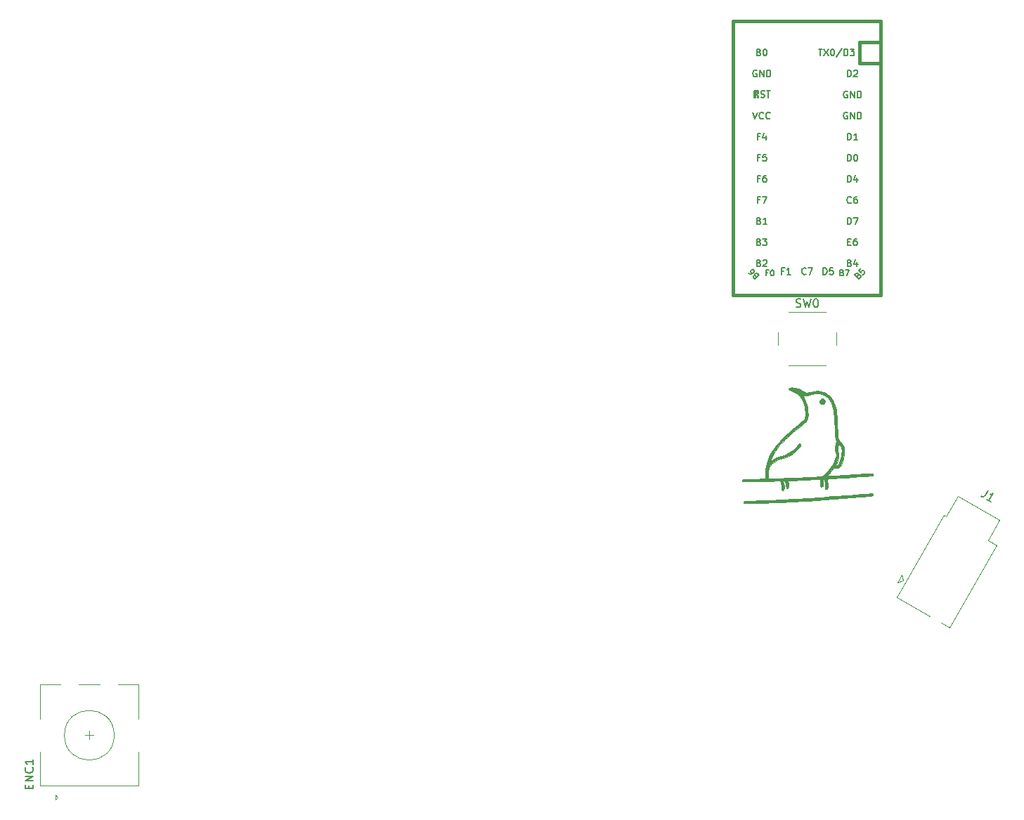
<source format=gbr>
%TF.GenerationSoftware,KiCad,Pcbnew,(5.1.9-0-10_14)*%
%TF.CreationDate,2021-04-19T01:17:04-05:00*%
%TF.ProjectId,wren-left,7772656e-2d6c-4656-9674-2e6b69636164,rev?*%
%TF.SameCoordinates,Original*%
%TF.FileFunction,Legend,Top*%
%TF.FilePolarity,Positive*%
%FSLAX46Y46*%
G04 Gerber Fmt 4.6, Leading zero omitted, Abs format (unit mm)*
G04 Created by KiCad (PCBNEW (5.1.9-0-10_14)) date 2021-04-19 01:17:04*
%MOMM*%
%LPD*%
G01*
G04 APERTURE LIST*
%ADD10C,0.010000*%
%ADD11C,0.120000*%
%ADD12C,0.381000*%
%ADD13C,0.150000*%
G04 APERTURE END LIST*
D10*
%TO.C,G\u002A\u002A\u002A*%
G36*
X243222203Y-72174847D02*
G01*
X243281373Y-72194249D01*
X243406906Y-72285322D01*
X243474259Y-72414998D01*
X243482386Y-72559663D01*
X243430244Y-72695708D01*
X243316787Y-72799522D01*
X243308345Y-72804036D01*
X243204652Y-72852149D01*
X243131431Y-72859416D01*
X243045643Y-72826987D01*
X243015334Y-72811874D01*
X242892295Y-72713594D01*
X242832432Y-72589154D01*
X242828359Y-72455706D01*
X242872687Y-72330400D01*
X242958029Y-72230388D01*
X243076997Y-72172820D01*
X243222203Y-72174847D01*
G37*
X243222203Y-72174847D02*
X243281373Y-72194249D01*
X243406906Y-72285322D01*
X243474259Y-72414998D01*
X243482386Y-72559663D01*
X243430244Y-72695708D01*
X243316787Y-72799522D01*
X243308345Y-72804036D01*
X243204652Y-72852149D01*
X243131431Y-72859416D01*
X243045643Y-72826987D01*
X243015334Y-72811874D01*
X242892295Y-72713594D01*
X242832432Y-72589154D01*
X242828359Y-72455706D01*
X242872687Y-72330400D01*
X242958029Y-72230388D01*
X243076997Y-72172820D01*
X243222203Y-72174847D01*
G36*
X239582811Y-70840106D02*
G01*
X239639674Y-70842675D01*
X239781355Y-70850666D01*
X239895814Y-70863175D01*
X240000782Y-70886124D01*
X240113986Y-70925439D01*
X240253156Y-70987042D01*
X240436022Y-71076857D01*
X240620675Y-71170451D01*
X241229768Y-71480446D01*
X241726629Y-71367146D01*
X242166347Y-71284523D01*
X242551783Y-71253387D01*
X242897621Y-71276116D01*
X243218547Y-71355086D01*
X243529246Y-71492676D01*
X243844404Y-71691262D01*
X243877817Y-71715359D01*
X244096794Y-71920957D01*
X244298808Y-72203395D01*
X244480181Y-72555894D01*
X244637230Y-72971675D01*
X244725533Y-73276549D01*
X244785880Y-73565711D01*
X244838510Y-73935270D01*
X244883052Y-74381279D01*
X244919134Y-74899786D01*
X244946386Y-75486844D01*
X244953614Y-75702683D01*
X244964255Y-76041806D01*
X244973878Y-76307900D01*
X244983697Y-76512577D01*
X244994929Y-76667445D01*
X245008788Y-76784114D01*
X245026490Y-76874194D01*
X245049250Y-76949294D01*
X245078282Y-77021025D01*
X245095631Y-77059474D01*
X245183926Y-77219156D01*
X245303715Y-77395226D01*
X245406152Y-77522712D01*
X245570410Y-77724057D01*
X245680377Y-77907470D01*
X245745504Y-78099192D01*
X245775245Y-78325465D01*
X245779809Y-78560083D01*
X245758145Y-78934317D01*
X245703811Y-79305476D01*
X245621531Y-79654112D01*
X245516027Y-79960781D01*
X245392021Y-80206035D01*
X245373011Y-80235013D01*
X245237504Y-80401375D01*
X245093753Y-80497945D01*
X244916038Y-80537773D01*
X244772831Y-80539520D01*
X244505813Y-80529291D01*
X244205285Y-80905644D01*
X244070290Y-81069930D01*
X243940066Y-81220114D01*
X243831591Y-81337049D01*
X243773880Y-81392124D01*
X243643003Y-81502250D01*
X243847335Y-81502177D01*
X243952909Y-81499220D01*
X244133706Y-81490785D01*
X244380500Y-81477458D01*
X244684064Y-81459825D01*
X245035174Y-81438470D01*
X245424602Y-81413980D01*
X245843122Y-81386940D01*
X246281508Y-81357935D01*
X246730534Y-81327550D01*
X247180975Y-81296372D01*
X247623603Y-81264986D01*
X247895487Y-81245282D01*
X248210224Y-81223204D01*
X248499062Y-81204739D01*
X248750770Y-81190463D01*
X248954118Y-81180950D01*
X249097874Y-81176776D01*
X249170808Y-81178517D01*
X249176071Y-81179686D01*
X249222081Y-81235662D01*
X249236255Y-81327976D01*
X249216143Y-81413568D01*
X249190947Y-81441357D01*
X249137357Y-81451656D01*
X249007014Y-81466555D01*
X248807672Y-81485471D01*
X248547086Y-81507821D01*
X248233010Y-81533022D01*
X247873199Y-81560491D01*
X247475408Y-81589645D01*
X247047390Y-81619901D01*
X246596900Y-81650676D01*
X246131693Y-81681387D01*
X245659524Y-81711452D01*
X245321666Y-81732245D01*
X245007472Y-81751588D01*
X244705602Y-81770727D01*
X244431224Y-81788657D01*
X244199504Y-81804375D01*
X244025611Y-81816876D01*
X243941466Y-81823608D01*
X243661933Y-81848260D01*
X243723780Y-82024505D01*
X243757502Y-82176254D01*
X243777178Y-82378683D01*
X243782091Y-82598863D01*
X243771524Y-82803865D01*
X243744763Y-82960757D01*
X243744184Y-82962750D01*
X243701060Y-83054943D01*
X243626869Y-83087667D01*
X243582954Y-83089750D01*
X243459000Y-83089750D01*
X243458784Y-82624083D01*
X243448129Y-82326724D01*
X243417235Y-82097444D01*
X243367253Y-81940268D01*
X243299335Y-81859217D01*
X243237548Y-81850756D01*
X243181802Y-81891988D01*
X243177732Y-81928097D01*
X243187458Y-81997409D01*
X243199666Y-82126171D01*
X243212043Y-82289305D01*
X243214587Y-82327750D01*
X243223156Y-82503540D01*
X243219036Y-82618595D01*
X243198784Y-82696338D01*
X243158958Y-82760194D01*
X243149257Y-82772250D01*
X243078287Y-82841806D01*
X243018489Y-82847680D01*
X242985402Y-82831173D01*
X242945004Y-82791020D01*
X242920209Y-82718648D01*
X242906896Y-82595270D01*
X242901802Y-82450173D01*
X242892544Y-82272736D01*
X242874461Y-82113507D01*
X242851238Y-82003690D01*
X242848043Y-81994695D01*
X242801148Y-81873307D01*
X242410407Y-81900506D01*
X242297951Y-81907263D01*
X242117603Y-81916801D01*
X241881344Y-81928582D01*
X241601151Y-81942069D01*
X241289005Y-81956723D01*
X240956885Y-81972005D01*
X240616771Y-81987379D01*
X240280642Y-82002306D01*
X239960476Y-82016247D01*
X239668255Y-82028665D01*
X239415956Y-82039022D01*
X239215560Y-82046780D01*
X239079046Y-82051401D01*
X239026743Y-82052483D01*
X238983341Y-82059971D01*
X238978317Y-82096961D01*
X239010402Y-82185507D01*
X239018023Y-82203850D01*
X239055483Y-82342277D01*
X239071910Y-82509356D01*
X239068488Y-82680094D01*
X239046403Y-82829502D01*
X239006840Y-82932587D01*
X238982250Y-82958114D01*
X238888871Y-82989441D01*
X238822388Y-82946780D01*
X238781112Y-82827546D01*
X238763351Y-82629151D01*
X238763184Y-82622785D01*
X238739731Y-82373664D01*
X238684681Y-82192827D01*
X238599996Y-82084524D01*
X238500383Y-82052583D01*
X238424196Y-82063395D01*
X238415064Y-82106001D01*
X238422755Y-82126666D01*
X238503190Y-82370787D01*
X238545645Y-82624080D01*
X238549311Y-82864261D01*
X238513380Y-83069047D01*
X238461175Y-83184159D01*
X238397875Y-83262083D01*
X238337735Y-83272023D01*
X238274177Y-83239437D01*
X238242625Y-83197373D01*
X238222922Y-83109966D01*
X238212980Y-82962972D01*
X238210677Y-82806168D01*
X238202436Y-82559358D01*
X238177592Y-82378175D01*
X238136630Y-82251002D01*
X238063594Y-82089589D01*
X236654963Y-82124002D01*
X236265752Y-82132804D01*
X235857710Y-82140774D01*
X235450628Y-82147613D01*
X235064297Y-82153022D01*
X234718508Y-82156703D01*
X234433051Y-82158355D01*
X234378500Y-82158416D01*
X233510666Y-82158416D01*
X233497248Y-82041759D01*
X233505909Y-81944118D01*
X233540734Y-81903265D01*
X233595676Y-81896988D01*
X233724656Y-81889461D01*
X233917062Y-81881083D01*
X234162280Y-81872252D01*
X234449698Y-81863364D01*
X234768705Y-81854819D01*
X234945913Y-81850589D01*
X236294187Y-81819750D01*
X236286576Y-81345275D01*
X236288802Y-81299361D01*
X236595139Y-81299361D01*
X236604744Y-81519133D01*
X236632025Y-81811184D01*
X237547845Y-81783171D01*
X237855907Y-81773410D01*
X238223414Y-81761219D01*
X238625209Y-81747467D01*
X239036136Y-81733021D01*
X239431037Y-81718750D01*
X239649000Y-81710663D01*
X240037452Y-81695490D01*
X240470822Y-81677567D01*
X240920245Y-81658153D01*
X241356862Y-81638506D01*
X241751809Y-81619887D01*
X241920741Y-81611551D01*
X242252805Y-81594577D01*
X242511726Y-81580101D01*
X242708931Y-81566622D01*
X242855852Y-81552639D01*
X242963914Y-81536653D01*
X243044549Y-81517161D01*
X243109184Y-81492664D01*
X243169249Y-81461661D01*
X243200766Y-81443469D01*
X243428916Y-81279004D01*
X243673686Y-81047433D01*
X243923804Y-80761587D01*
X244167999Y-80434300D01*
X244305514Y-80219498D01*
X244707833Y-80219498D01*
X244745010Y-80227926D01*
X244836947Y-80226140D01*
X244862377Y-80224222D01*
X245014023Y-80179913D01*
X245095064Y-80105250D01*
X245189057Y-79936934D01*
X245274879Y-79707632D01*
X245349339Y-79436625D01*
X245409247Y-79143193D01*
X245451413Y-78846618D01*
X245472647Y-78566179D01*
X245469757Y-78321158D01*
X245439555Y-78130834D01*
X245427697Y-78094935D01*
X245381199Y-78005344D01*
X245307218Y-77893672D01*
X245222978Y-77782412D01*
X245145704Y-77694055D01*
X245092620Y-77651093D01*
X245086894Y-77649916D01*
X245066713Y-77688474D01*
X245040895Y-77790403D01*
X245014491Y-77935085D01*
X245010348Y-77962183D01*
X244987673Y-78153775D01*
X244987746Y-78301175D01*
X245011762Y-78442067D01*
X245027470Y-78501933D01*
X245088680Y-78753958D01*
X245115741Y-78970828D01*
X245106062Y-79174962D01*
X245057054Y-79388778D01*
X244966129Y-79634697D01*
X244872187Y-79846526D01*
X244800374Y-80003495D01*
X244744476Y-80129114D01*
X244712433Y-80205368D01*
X244707833Y-80219498D01*
X244305514Y-80219498D01*
X244385328Y-80094827D01*
X244562772Y-79778528D01*
X244688230Y-79512092D01*
X244765026Y-79281279D01*
X244796489Y-79071853D01*
X244785943Y-78869573D01*
X244736716Y-78660203D01*
X244727351Y-78630813D01*
X244677587Y-78362629D01*
X244683738Y-78039725D01*
X244745464Y-77670650D01*
X244769652Y-77571735D01*
X244803987Y-77428432D01*
X244815815Y-77323095D01*
X244803675Y-77220416D01*
X244766108Y-77085088D01*
X244747022Y-77024545D01*
X244719416Y-76929560D01*
X244697145Y-76829147D01*
X244679222Y-76711589D01*
X244664657Y-76565168D01*
X244652461Y-76378167D01*
X244641645Y-76138867D01*
X244631220Y-75835553D01*
X244622933Y-75554416D01*
X244605385Y-75048049D01*
X244582649Y-74613647D01*
X244553297Y-74238589D01*
X244515896Y-73910258D01*
X244469019Y-73616033D01*
X244411234Y-73343296D01*
X244343327Y-73087056D01*
X244199300Y-72679697D01*
X244021624Y-72344450D01*
X243804104Y-72073335D01*
X243540548Y-71858372D01*
X243278372Y-71715052D01*
X243039089Y-71623904D01*
X242799877Y-71572554D01*
X242542870Y-71560506D01*
X242250203Y-71587266D01*
X241904009Y-71652338D01*
X241808000Y-71674300D01*
X241579757Y-71726160D01*
X241359223Y-71773056D01*
X241170792Y-71809998D01*
X241038859Y-71831997D01*
X241033779Y-71832667D01*
X240912068Y-71853041D01*
X240836148Y-71874820D01*
X240822355Y-71887671D01*
X240847247Y-71936303D01*
X240899485Y-72036624D01*
X240957092Y-72146583D01*
X241114551Y-72498001D01*
X241241321Y-72885294D01*
X241334249Y-73289158D01*
X241390179Y-73690290D01*
X241405957Y-74069388D01*
X241378428Y-74407148D01*
X241349392Y-74547049D01*
X241290692Y-74706278D01*
X241207778Y-74856481D01*
X241169476Y-74907341D01*
X241123649Y-74958949D01*
X241074651Y-75009721D01*
X241013861Y-75066943D01*
X240932653Y-75137904D01*
X240822405Y-75229889D01*
X240674493Y-75350187D01*
X240480294Y-75506085D01*
X240231184Y-75704870D01*
X240135833Y-75780824D01*
X239878687Y-75992774D01*
X239586560Y-76245520D01*
X239275378Y-76524292D01*
X238961068Y-76814320D01*
X238659560Y-77100833D01*
X238386779Y-77369062D01*
X238158654Y-77604235D01*
X238093125Y-77675105D01*
X237701609Y-78143095D01*
X237378746Y-78615208D01*
X237110413Y-79113370D01*
X236985840Y-79394581D01*
X236919826Y-79556237D01*
X236868286Y-79686603D01*
X236838418Y-79767258D01*
X236833833Y-79783656D01*
X236864718Y-79770247D01*
X236947029Y-79715533D01*
X237065246Y-79630045D01*
X237112932Y-79594273D01*
X237393450Y-79398312D01*
X237649808Y-79258079D01*
X237907922Y-79161035D01*
X238113974Y-79109924D01*
X238567960Y-78978943D01*
X239009711Y-78779432D01*
X239423509Y-78521775D01*
X239793633Y-78216356D01*
X240104366Y-77873562D01*
X240210964Y-77724600D01*
X240315135Y-77605230D01*
X240413786Y-77568843D01*
X240505133Y-77615977D01*
X240519528Y-77631996D01*
X240543939Y-77706179D01*
X240514276Y-77810675D01*
X240427318Y-77950505D01*
X240279848Y-78130690D01*
X240068645Y-78356251D01*
X240030000Y-78395594D01*
X239675144Y-78718596D01*
X239304675Y-78979202D01*
X238901227Y-79186789D01*
X238447437Y-79350735D01*
X238085112Y-79445797D01*
X237841131Y-79529082D01*
X237578165Y-79664581D01*
X237316009Y-79837661D01*
X237074455Y-80033688D01*
X236873298Y-80238027D01*
X236732332Y-80436043D01*
X236723608Y-80452408D01*
X236671296Y-80600866D01*
X236630574Y-80808320D01*
X236604252Y-81049557D01*
X236595139Y-81299361D01*
X236288802Y-81299361D01*
X236318093Y-80695252D01*
X236432791Y-80054808D01*
X236629427Y-79427101D01*
X236906759Y-78815289D01*
X237263544Y-78222531D01*
X237698540Y-77651986D01*
X237773318Y-77565250D01*
X238015914Y-77301582D01*
X238311511Y-77001649D01*
X238644920Y-76679375D01*
X239000954Y-76348684D01*
X239364425Y-76023499D01*
X239720146Y-75717744D01*
X240052930Y-75445343D01*
X240262833Y-75282913D01*
X240535567Y-75071670D01*
X240742593Y-74896024D01*
X240891382Y-74748996D01*
X240989408Y-74623605D01*
X241014599Y-74580750D01*
X241054223Y-74452162D01*
X241077322Y-74260194D01*
X241084234Y-74024440D01*
X241075295Y-73764490D01*
X241050842Y-73499936D01*
X241011210Y-73250370D01*
X240990106Y-73154677D01*
X240847069Y-72672041D01*
X240668911Y-72263510D01*
X240451876Y-71924547D01*
X240192210Y-71650614D01*
X239886161Y-71437176D01*
X239529973Y-71279694D01*
X239406597Y-71240896D01*
X239223740Y-71171555D01*
X239119154Y-71092803D01*
X239094880Y-71007488D01*
X239152959Y-70918459D01*
X239166997Y-70906492D01*
X239228099Y-70866674D01*
X239303471Y-70844268D01*
X239414559Y-70836377D01*
X239582811Y-70840106D01*
G37*
X239582811Y-70840106D02*
X239639674Y-70842675D01*
X239781355Y-70850666D01*
X239895814Y-70863175D01*
X240000782Y-70886124D01*
X240113986Y-70925439D01*
X240253156Y-70987042D01*
X240436022Y-71076857D01*
X240620675Y-71170451D01*
X241229768Y-71480446D01*
X241726629Y-71367146D01*
X242166347Y-71284523D01*
X242551783Y-71253387D01*
X242897621Y-71276116D01*
X243218547Y-71355086D01*
X243529246Y-71492676D01*
X243844404Y-71691262D01*
X243877817Y-71715359D01*
X244096794Y-71920957D01*
X244298808Y-72203395D01*
X244480181Y-72555894D01*
X244637230Y-72971675D01*
X244725533Y-73276549D01*
X244785880Y-73565711D01*
X244838510Y-73935270D01*
X244883052Y-74381279D01*
X244919134Y-74899786D01*
X244946386Y-75486844D01*
X244953614Y-75702683D01*
X244964255Y-76041806D01*
X244973878Y-76307900D01*
X244983697Y-76512577D01*
X244994929Y-76667445D01*
X245008788Y-76784114D01*
X245026490Y-76874194D01*
X245049250Y-76949294D01*
X245078282Y-77021025D01*
X245095631Y-77059474D01*
X245183926Y-77219156D01*
X245303715Y-77395226D01*
X245406152Y-77522712D01*
X245570410Y-77724057D01*
X245680377Y-77907470D01*
X245745504Y-78099192D01*
X245775245Y-78325465D01*
X245779809Y-78560083D01*
X245758145Y-78934317D01*
X245703811Y-79305476D01*
X245621531Y-79654112D01*
X245516027Y-79960781D01*
X245392021Y-80206035D01*
X245373011Y-80235013D01*
X245237504Y-80401375D01*
X245093753Y-80497945D01*
X244916038Y-80537773D01*
X244772831Y-80539520D01*
X244505813Y-80529291D01*
X244205285Y-80905644D01*
X244070290Y-81069930D01*
X243940066Y-81220114D01*
X243831591Y-81337049D01*
X243773880Y-81392124D01*
X243643003Y-81502250D01*
X243847335Y-81502177D01*
X243952909Y-81499220D01*
X244133706Y-81490785D01*
X244380500Y-81477458D01*
X244684064Y-81459825D01*
X245035174Y-81438470D01*
X245424602Y-81413980D01*
X245843122Y-81386940D01*
X246281508Y-81357935D01*
X246730534Y-81327550D01*
X247180975Y-81296372D01*
X247623603Y-81264986D01*
X247895487Y-81245282D01*
X248210224Y-81223204D01*
X248499062Y-81204739D01*
X248750770Y-81190463D01*
X248954118Y-81180950D01*
X249097874Y-81176776D01*
X249170808Y-81178517D01*
X249176071Y-81179686D01*
X249222081Y-81235662D01*
X249236255Y-81327976D01*
X249216143Y-81413568D01*
X249190947Y-81441357D01*
X249137357Y-81451656D01*
X249007014Y-81466555D01*
X248807672Y-81485471D01*
X248547086Y-81507821D01*
X248233010Y-81533022D01*
X247873199Y-81560491D01*
X247475408Y-81589645D01*
X247047390Y-81619901D01*
X246596900Y-81650676D01*
X246131693Y-81681387D01*
X245659524Y-81711452D01*
X245321666Y-81732245D01*
X245007472Y-81751588D01*
X244705602Y-81770727D01*
X244431224Y-81788657D01*
X244199504Y-81804375D01*
X244025611Y-81816876D01*
X243941466Y-81823608D01*
X243661933Y-81848260D01*
X243723780Y-82024505D01*
X243757502Y-82176254D01*
X243777178Y-82378683D01*
X243782091Y-82598863D01*
X243771524Y-82803865D01*
X243744763Y-82960757D01*
X243744184Y-82962750D01*
X243701060Y-83054943D01*
X243626869Y-83087667D01*
X243582954Y-83089750D01*
X243459000Y-83089750D01*
X243458784Y-82624083D01*
X243448129Y-82326724D01*
X243417235Y-82097444D01*
X243367253Y-81940268D01*
X243299335Y-81859217D01*
X243237548Y-81850756D01*
X243181802Y-81891988D01*
X243177732Y-81928097D01*
X243187458Y-81997409D01*
X243199666Y-82126171D01*
X243212043Y-82289305D01*
X243214587Y-82327750D01*
X243223156Y-82503540D01*
X243219036Y-82618595D01*
X243198784Y-82696338D01*
X243158958Y-82760194D01*
X243149257Y-82772250D01*
X243078287Y-82841806D01*
X243018489Y-82847680D01*
X242985402Y-82831173D01*
X242945004Y-82791020D01*
X242920209Y-82718648D01*
X242906896Y-82595270D01*
X242901802Y-82450173D01*
X242892544Y-82272736D01*
X242874461Y-82113507D01*
X242851238Y-82003690D01*
X242848043Y-81994695D01*
X242801148Y-81873307D01*
X242410407Y-81900506D01*
X242297951Y-81907263D01*
X242117603Y-81916801D01*
X241881344Y-81928582D01*
X241601151Y-81942069D01*
X241289005Y-81956723D01*
X240956885Y-81972005D01*
X240616771Y-81987379D01*
X240280642Y-82002306D01*
X239960476Y-82016247D01*
X239668255Y-82028665D01*
X239415956Y-82039022D01*
X239215560Y-82046780D01*
X239079046Y-82051401D01*
X239026743Y-82052483D01*
X238983341Y-82059971D01*
X238978317Y-82096961D01*
X239010402Y-82185507D01*
X239018023Y-82203850D01*
X239055483Y-82342277D01*
X239071910Y-82509356D01*
X239068488Y-82680094D01*
X239046403Y-82829502D01*
X239006840Y-82932587D01*
X238982250Y-82958114D01*
X238888871Y-82989441D01*
X238822388Y-82946780D01*
X238781112Y-82827546D01*
X238763351Y-82629151D01*
X238763184Y-82622785D01*
X238739731Y-82373664D01*
X238684681Y-82192827D01*
X238599996Y-82084524D01*
X238500383Y-82052583D01*
X238424196Y-82063395D01*
X238415064Y-82106001D01*
X238422755Y-82126666D01*
X238503190Y-82370787D01*
X238545645Y-82624080D01*
X238549311Y-82864261D01*
X238513380Y-83069047D01*
X238461175Y-83184159D01*
X238397875Y-83262083D01*
X238337735Y-83272023D01*
X238274177Y-83239437D01*
X238242625Y-83197373D01*
X238222922Y-83109966D01*
X238212980Y-82962972D01*
X238210677Y-82806168D01*
X238202436Y-82559358D01*
X238177592Y-82378175D01*
X238136630Y-82251002D01*
X238063594Y-82089589D01*
X236654963Y-82124002D01*
X236265752Y-82132804D01*
X235857710Y-82140774D01*
X235450628Y-82147613D01*
X235064297Y-82153022D01*
X234718508Y-82156703D01*
X234433051Y-82158355D01*
X234378500Y-82158416D01*
X233510666Y-82158416D01*
X233497248Y-82041759D01*
X233505909Y-81944118D01*
X233540734Y-81903265D01*
X233595676Y-81896988D01*
X233724656Y-81889461D01*
X233917062Y-81881083D01*
X234162280Y-81872252D01*
X234449698Y-81863364D01*
X234768705Y-81854819D01*
X234945913Y-81850589D01*
X236294187Y-81819750D01*
X236286576Y-81345275D01*
X236288802Y-81299361D01*
X236595139Y-81299361D01*
X236604744Y-81519133D01*
X236632025Y-81811184D01*
X237547845Y-81783171D01*
X237855907Y-81773410D01*
X238223414Y-81761219D01*
X238625209Y-81747467D01*
X239036136Y-81733021D01*
X239431037Y-81718750D01*
X239649000Y-81710663D01*
X240037452Y-81695490D01*
X240470822Y-81677567D01*
X240920245Y-81658153D01*
X241356862Y-81638506D01*
X241751809Y-81619887D01*
X241920741Y-81611551D01*
X242252805Y-81594577D01*
X242511726Y-81580101D01*
X242708931Y-81566622D01*
X242855852Y-81552639D01*
X242963914Y-81536653D01*
X243044549Y-81517161D01*
X243109184Y-81492664D01*
X243169249Y-81461661D01*
X243200766Y-81443469D01*
X243428916Y-81279004D01*
X243673686Y-81047433D01*
X243923804Y-80761587D01*
X244167999Y-80434300D01*
X244305514Y-80219498D01*
X244707833Y-80219498D01*
X244745010Y-80227926D01*
X244836947Y-80226140D01*
X244862377Y-80224222D01*
X245014023Y-80179913D01*
X245095064Y-80105250D01*
X245189057Y-79936934D01*
X245274879Y-79707632D01*
X245349339Y-79436625D01*
X245409247Y-79143193D01*
X245451413Y-78846618D01*
X245472647Y-78566179D01*
X245469757Y-78321158D01*
X245439555Y-78130834D01*
X245427697Y-78094935D01*
X245381199Y-78005344D01*
X245307218Y-77893672D01*
X245222978Y-77782412D01*
X245145704Y-77694055D01*
X245092620Y-77651093D01*
X245086894Y-77649916D01*
X245066713Y-77688474D01*
X245040895Y-77790403D01*
X245014491Y-77935085D01*
X245010348Y-77962183D01*
X244987673Y-78153775D01*
X244987746Y-78301175D01*
X245011762Y-78442067D01*
X245027470Y-78501933D01*
X245088680Y-78753958D01*
X245115741Y-78970828D01*
X245106062Y-79174962D01*
X245057054Y-79388778D01*
X244966129Y-79634697D01*
X244872187Y-79846526D01*
X244800374Y-80003495D01*
X244744476Y-80129114D01*
X244712433Y-80205368D01*
X244707833Y-80219498D01*
X244305514Y-80219498D01*
X244385328Y-80094827D01*
X244562772Y-79778528D01*
X244688230Y-79512092D01*
X244765026Y-79281279D01*
X244796489Y-79071853D01*
X244785943Y-78869573D01*
X244736716Y-78660203D01*
X244727351Y-78630813D01*
X244677587Y-78362629D01*
X244683738Y-78039725D01*
X244745464Y-77670650D01*
X244769652Y-77571735D01*
X244803987Y-77428432D01*
X244815815Y-77323095D01*
X244803675Y-77220416D01*
X244766108Y-77085088D01*
X244747022Y-77024545D01*
X244719416Y-76929560D01*
X244697145Y-76829147D01*
X244679222Y-76711589D01*
X244664657Y-76565168D01*
X244652461Y-76378167D01*
X244641645Y-76138867D01*
X244631220Y-75835553D01*
X244622933Y-75554416D01*
X244605385Y-75048049D01*
X244582649Y-74613647D01*
X244553297Y-74238589D01*
X244515896Y-73910258D01*
X244469019Y-73616033D01*
X244411234Y-73343296D01*
X244343327Y-73087056D01*
X244199300Y-72679697D01*
X244021624Y-72344450D01*
X243804104Y-72073335D01*
X243540548Y-71858372D01*
X243278372Y-71715052D01*
X243039089Y-71623904D01*
X242799877Y-71572554D01*
X242542870Y-71560506D01*
X242250203Y-71587266D01*
X241904009Y-71652338D01*
X241808000Y-71674300D01*
X241579757Y-71726160D01*
X241359223Y-71773056D01*
X241170792Y-71809998D01*
X241038859Y-71831997D01*
X241033779Y-71832667D01*
X240912068Y-71853041D01*
X240836148Y-71874820D01*
X240822355Y-71887671D01*
X240847247Y-71936303D01*
X240899485Y-72036624D01*
X240957092Y-72146583D01*
X241114551Y-72498001D01*
X241241321Y-72885294D01*
X241334249Y-73289158D01*
X241390179Y-73690290D01*
X241405957Y-74069388D01*
X241378428Y-74407148D01*
X241349392Y-74547049D01*
X241290692Y-74706278D01*
X241207778Y-74856481D01*
X241169476Y-74907341D01*
X241123649Y-74958949D01*
X241074651Y-75009721D01*
X241013861Y-75066943D01*
X240932653Y-75137904D01*
X240822405Y-75229889D01*
X240674493Y-75350187D01*
X240480294Y-75506085D01*
X240231184Y-75704870D01*
X240135833Y-75780824D01*
X239878687Y-75992774D01*
X239586560Y-76245520D01*
X239275378Y-76524292D01*
X238961068Y-76814320D01*
X238659560Y-77100833D01*
X238386779Y-77369062D01*
X238158654Y-77604235D01*
X238093125Y-77675105D01*
X237701609Y-78143095D01*
X237378746Y-78615208D01*
X237110413Y-79113370D01*
X236985840Y-79394581D01*
X236919826Y-79556237D01*
X236868286Y-79686603D01*
X236838418Y-79767258D01*
X236833833Y-79783656D01*
X236864718Y-79770247D01*
X236947029Y-79715533D01*
X237065246Y-79630045D01*
X237112932Y-79594273D01*
X237393450Y-79398312D01*
X237649808Y-79258079D01*
X237907922Y-79161035D01*
X238113974Y-79109924D01*
X238567960Y-78978943D01*
X239009711Y-78779432D01*
X239423509Y-78521775D01*
X239793633Y-78216356D01*
X240104366Y-77873562D01*
X240210964Y-77724600D01*
X240315135Y-77605230D01*
X240413786Y-77568843D01*
X240505133Y-77615977D01*
X240519528Y-77631996D01*
X240543939Y-77706179D01*
X240514276Y-77810675D01*
X240427318Y-77950505D01*
X240279848Y-78130690D01*
X240068645Y-78356251D01*
X240030000Y-78395594D01*
X239675144Y-78718596D01*
X239304675Y-78979202D01*
X238901227Y-79186789D01*
X238447437Y-79350735D01*
X238085112Y-79445797D01*
X237841131Y-79529082D01*
X237578165Y-79664581D01*
X237316009Y-79837661D01*
X237074455Y-80033688D01*
X236873298Y-80238027D01*
X236732332Y-80436043D01*
X236723608Y-80452408D01*
X236671296Y-80600866D01*
X236630574Y-80808320D01*
X236604252Y-81049557D01*
X236595139Y-81299361D01*
X236288802Y-81299361D01*
X236318093Y-80695252D01*
X236432791Y-80054808D01*
X236629427Y-79427101D01*
X236906759Y-78815289D01*
X237263544Y-78222531D01*
X237698540Y-77651986D01*
X237773318Y-77565250D01*
X238015914Y-77301582D01*
X238311511Y-77001649D01*
X238644920Y-76679375D01*
X239000954Y-76348684D01*
X239364425Y-76023499D01*
X239720146Y-75717744D01*
X240052930Y-75445343D01*
X240262833Y-75282913D01*
X240535567Y-75071670D01*
X240742593Y-74896024D01*
X240891382Y-74748996D01*
X240989408Y-74623605D01*
X241014599Y-74580750D01*
X241054223Y-74452162D01*
X241077322Y-74260194D01*
X241084234Y-74024440D01*
X241075295Y-73764490D01*
X241050842Y-73499936D01*
X241011210Y-73250370D01*
X240990106Y-73154677D01*
X240847069Y-72672041D01*
X240668911Y-72263510D01*
X240451876Y-71924547D01*
X240192210Y-71650614D01*
X239886161Y-71437176D01*
X239529973Y-71279694D01*
X239406597Y-71240896D01*
X239223740Y-71171555D01*
X239119154Y-71092803D01*
X239094880Y-71007488D01*
X239152959Y-70918459D01*
X239166997Y-70906492D01*
X239228099Y-70866674D01*
X239303471Y-70844268D01*
X239414559Y-70836377D01*
X239582811Y-70840106D01*
G36*
X249175445Y-83604162D02*
G01*
X249229937Y-83661970D01*
X249234527Y-83750313D01*
X249193493Y-83834668D01*
X249142250Y-83871913D01*
X249083113Y-83882327D01*
X248946187Y-83898266D01*
X248738129Y-83919204D01*
X248465600Y-83944617D01*
X248135259Y-83973979D01*
X247753767Y-84006766D01*
X247327781Y-84042451D01*
X246863963Y-84080509D01*
X246368972Y-84120416D01*
X245849467Y-84161645D01*
X245312108Y-84203672D01*
X244763555Y-84245972D01*
X244210467Y-84288019D01*
X243659504Y-84329287D01*
X243117326Y-84369252D01*
X242590591Y-84407389D01*
X242085961Y-84443171D01*
X241610094Y-84476075D01*
X241169650Y-84505573D01*
X240834333Y-84527185D01*
X240445650Y-84550553D01*
X240005665Y-84575004D01*
X239524296Y-84600127D01*
X239011460Y-84625509D01*
X238477074Y-84650738D01*
X237931054Y-84675399D01*
X237383318Y-84699082D01*
X236843782Y-84721374D01*
X236322363Y-84741861D01*
X235828979Y-84760131D01*
X235373547Y-84775771D01*
X234965982Y-84788370D01*
X234616203Y-84797513D01*
X234334126Y-84802789D01*
X234182600Y-84803960D01*
X233958549Y-84801197D01*
X233805962Y-84791574D01*
X233711802Y-84773579D01*
X233663034Y-84745701D01*
X233661079Y-84743456D01*
X233630955Y-84656199D01*
X233668869Y-84574900D01*
X233759411Y-84519833D01*
X233840239Y-84507708D01*
X234005632Y-84505537D01*
X234246390Y-84499656D01*
X234553312Y-84490445D01*
X234917195Y-84478285D01*
X235328836Y-84463555D01*
X235779034Y-84446635D01*
X236258586Y-84427906D01*
X236758290Y-84407746D01*
X237268944Y-84386536D01*
X237781345Y-84364656D01*
X238286290Y-84342486D01*
X238774579Y-84320406D01*
X239237008Y-84298794D01*
X239664375Y-84278033D01*
X240047478Y-84258501D01*
X240377114Y-84240578D01*
X240538000Y-84231200D01*
X240904972Y-84208134D01*
X241346668Y-84178684D01*
X241853444Y-84143571D01*
X242415655Y-84103511D01*
X243023657Y-84059222D01*
X243667806Y-84011423D01*
X244338457Y-83960831D01*
X245025966Y-83908165D01*
X245720688Y-83854142D01*
X246412980Y-83799480D01*
X247093196Y-83744898D01*
X247344528Y-83724488D01*
X247724472Y-83694198D01*
X248079372Y-83667192D01*
X248400094Y-83644070D01*
X248677505Y-83625434D01*
X248902473Y-83611882D01*
X249065864Y-83604016D01*
X249158545Y-83602435D01*
X249175445Y-83604162D01*
G37*
X249175445Y-83604162D02*
X249229937Y-83661970D01*
X249234527Y-83750313D01*
X249193493Y-83834668D01*
X249142250Y-83871913D01*
X249083113Y-83882327D01*
X248946187Y-83898266D01*
X248738129Y-83919204D01*
X248465600Y-83944617D01*
X248135259Y-83973979D01*
X247753767Y-84006766D01*
X247327781Y-84042451D01*
X246863963Y-84080509D01*
X246368972Y-84120416D01*
X245849467Y-84161645D01*
X245312108Y-84203672D01*
X244763555Y-84245972D01*
X244210467Y-84288019D01*
X243659504Y-84329287D01*
X243117326Y-84369252D01*
X242590591Y-84407389D01*
X242085961Y-84443171D01*
X241610094Y-84476075D01*
X241169650Y-84505573D01*
X240834333Y-84527185D01*
X240445650Y-84550553D01*
X240005665Y-84575004D01*
X239524296Y-84600127D01*
X239011460Y-84625509D01*
X238477074Y-84650738D01*
X237931054Y-84675399D01*
X237383318Y-84699082D01*
X236843782Y-84721374D01*
X236322363Y-84741861D01*
X235828979Y-84760131D01*
X235373547Y-84775771D01*
X234965982Y-84788370D01*
X234616203Y-84797513D01*
X234334126Y-84802789D01*
X234182600Y-84803960D01*
X233958549Y-84801197D01*
X233805962Y-84791574D01*
X233711802Y-84773579D01*
X233663034Y-84745701D01*
X233661079Y-84743456D01*
X233630955Y-84656199D01*
X233668869Y-84574900D01*
X233759411Y-84519833D01*
X233840239Y-84507708D01*
X234005632Y-84505537D01*
X234246390Y-84499656D01*
X234553312Y-84490445D01*
X234917195Y-84478285D01*
X235328836Y-84463555D01*
X235779034Y-84446635D01*
X236258586Y-84427906D01*
X236758290Y-84407746D01*
X237268944Y-84386536D01*
X237781345Y-84364656D01*
X238286290Y-84342486D01*
X238774579Y-84320406D01*
X239237008Y-84298794D01*
X239664375Y-84278033D01*
X240047478Y-84258501D01*
X240377114Y-84240578D01*
X240538000Y-84231200D01*
X240904972Y-84208134D01*
X241346668Y-84178684D01*
X241853444Y-84143571D01*
X242415655Y-84103511D01*
X243023657Y-84059222D01*
X243667806Y-84011423D01*
X244338457Y-83960831D01*
X245025966Y-83908165D01*
X245720688Y-83854142D01*
X246412980Y-83799480D01*
X247093196Y-83744898D01*
X247344528Y-83724488D01*
X247724472Y-83694198D01*
X248079372Y-83667192D01*
X248400094Y-83644070D01*
X248677505Y-83625434D01*
X248902473Y-83611882D01*
X249065864Y-83604016D01*
X249158545Y-83602435D01*
X249175445Y-83604162D01*
D11*
%TO.C,ENC1*%
X154836500Y-113237250D02*
X154836500Y-112237250D01*
X154336500Y-112737250D02*
X155336500Y-112737250D01*
X158336500Y-106637250D02*
X160736500Y-106637250D01*
X153536500Y-106637250D02*
X156136500Y-106637250D01*
X148936500Y-106637250D02*
X151336500Y-106637250D01*
X150736500Y-119937250D02*
X151036500Y-120237250D01*
X150736500Y-120537250D02*
X150736500Y-119937250D01*
X151036500Y-120237250D02*
X150736500Y-120537250D01*
X148936500Y-118837250D02*
X160736500Y-118837250D01*
X148936500Y-114737250D02*
X148936500Y-118837250D01*
X160736500Y-114737250D02*
X160736500Y-118837250D01*
X160736500Y-106637250D02*
X160736500Y-110737250D01*
X148936500Y-110737250D02*
X148936500Y-106637250D01*
X157836500Y-112737250D02*
G75*
G03*
X157836500Y-112737250I-3000000J0D01*
G01*
D12*
%TO.C,U1*%
X247650000Y-31750000D02*
X250190000Y-31750000D01*
X247650000Y-29210000D02*
X247650000Y-31750000D01*
D13*
G36*
X235255365Y-35499030D02*
G01*
X235255365Y-35599030D01*
X235155365Y-35599030D01*
X235155365Y-35499030D01*
X235255365Y-35499030D01*
G37*
X235255365Y-35499030D02*
X235255365Y-35599030D01*
X235155365Y-35599030D01*
X235155365Y-35499030D01*
X235255365Y-35499030D01*
G36*
X235055365Y-35099030D02*
G01*
X235055365Y-35899030D01*
X234955365Y-35899030D01*
X234955365Y-35099030D01*
X235055365Y-35099030D01*
G37*
X235055365Y-35099030D02*
X235055365Y-35899030D01*
X234955365Y-35899030D01*
X234955365Y-35099030D01*
X235055365Y-35099030D01*
G36*
X235455365Y-35699030D02*
G01*
X235455365Y-35899030D01*
X235355365Y-35899030D01*
X235355365Y-35699030D01*
X235455365Y-35699030D01*
G37*
X235455365Y-35699030D02*
X235455365Y-35899030D01*
X235355365Y-35899030D01*
X235355365Y-35699030D01*
X235455365Y-35699030D01*
G36*
X235455365Y-35099030D02*
G01*
X235455365Y-35399030D01*
X235355365Y-35399030D01*
X235355365Y-35099030D01*
X235455365Y-35099030D01*
G37*
X235455365Y-35099030D02*
X235455365Y-35399030D01*
X235355365Y-35399030D01*
X235355365Y-35099030D01*
X235455365Y-35099030D01*
G36*
X235455365Y-35099030D02*
G01*
X235455365Y-35199030D01*
X234955365Y-35199030D01*
X234955365Y-35099030D01*
X235455365Y-35099030D01*
G37*
X235455365Y-35099030D02*
X235455365Y-35199030D01*
X234955365Y-35199030D01*
X234955365Y-35099030D01*
X235455365Y-35099030D01*
D12*
X232410000Y-59690000D02*
X232410000Y-26670000D01*
X250190000Y-59690000D02*
X232410000Y-59690000D01*
X250190000Y-26670000D02*
X250190000Y-59690000D01*
X232410000Y-26670000D02*
X250190000Y-26670000D01*
X247650000Y-29210000D02*
X250190000Y-29210000D01*
D11*
%TO.C,SW0*%
X239061500Y-68206250D02*
X243561500Y-68206250D01*
X237811500Y-64206250D02*
X237811500Y-65706250D01*
X243561500Y-61706250D02*
X239061500Y-61706250D01*
X244811500Y-65706250D02*
X244811500Y-64206250D01*
%TO.C,J1*%
X252214257Y-94293263D02*
X252897270Y-94110250D01*
X252714257Y-93427237D02*
X252214257Y-94293263D01*
X252897270Y-94110250D02*
X252714257Y-93427237D01*
X257807077Y-86206214D02*
X252107077Y-96078903D01*
X252107077Y-96078903D02*
X256090794Y-98378903D01*
X258429063Y-99728903D02*
X257476435Y-99178903D01*
X263089832Y-89256214D02*
X264129063Y-89856214D01*
X257807077Y-86206214D02*
X258066885Y-86356214D01*
X264489832Y-86831343D02*
X259466885Y-83931343D01*
X264129063Y-89856214D02*
X258429063Y-99728903D01*
X263089832Y-89256214D02*
X264489832Y-86831343D01*
X258066885Y-86356214D02*
X259466885Y-83931343D01*
%TO.C,ENC1*%
D13*
X147565071Y-119151535D02*
X147565071Y-118818202D01*
X148088880Y-118675345D02*
X148088880Y-119151535D01*
X147088880Y-119151535D01*
X147088880Y-118675345D01*
X148088880Y-118246773D02*
X147088880Y-118246773D01*
X148088880Y-117675345D01*
X147088880Y-117675345D01*
X147993642Y-116627726D02*
X148041261Y-116675345D01*
X148088880Y-116818202D01*
X148088880Y-116913440D01*
X148041261Y-117056297D01*
X147946023Y-117151535D01*
X147850785Y-117199154D01*
X147660309Y-117246773D01*
X147517452Y-117246773D01*
X147326976Y-117199154D01*
X147231738Y-117151535D01*
X147136500Y-117056297D01*
X147088880Y-116913440D01*
X147088880Y-116818202D01*
X147136500Y-116675345D01*
X147184119Y-116627726D01*
X148088880Y-115675345D02*
X148088880Y-116246773D01*
X148088880Y-115961059D02*
X147088880Y-115961059D01*
X147231738Y-116056297D01*
X147326976Y-116151535D01*
X147374595Y-116246773D01*
%TO.C,U1*%
X243249523Y-57211904D02*
X243249523Y-56411904D01*
X243440000Y-56411904D01*
X243554285Y-56450000D01*
X243630476Y-56526190D01*
X243668571Y-56602380D01*
X243706666Y-56754761D01*
X243706666Y-56869047D01*
X243668571Y-57021428D01*
X243630476Y-57097619D01*
X243554285Y-57173809D01*
X243440000Y-57211904D01*
X243249523Y-57211904D01*
X244430476Y-56411904D02*
X244049523Y-56411904D01*
X244011428Y-56792857D01*
X244049523Y-56754761D01*
X244125714Y-56716666D01*
X244316190Y-56716666D01*
X244392380Y-56754761D01*
X244430476Y-56792857D01*
X244468571Y-56869047D01*
X244468571Y-57059523D01*
X244430476Y-57135714D01*
X244392380Y-57173809D01*
X244316190Y-57211904D01*
X244125714Y-57211904D01*
X244049523Y-57173809D01*
X244011428Y-57135714D01*
X238493333Y-56792857D02*
X238226666Y-56792857D01*
X238226666Y-57211904D02*
X238226666Y-56411904D01*
X238607619Y-56411904D01*
X239331428Y-57211904D02*
X238874285Y-57211904D01*
X239102857Y-57211904D02*
X239102857Y-56411904D01*
X239026666Y-56526190D01*
X238950476Y-56602380D01*
X238874285Y-56640476D01*
X241166666Y-57135714D02*
X241128571Y-57173809D01*
X241014285Y-57211904D01*
X240938095Y-57211904D01*
X240823809Y-57173809D01*
X240747619Y-57097619D01*
X240709523Y-57021428D01*
X240671428Y-56869047D01*
X240671428Y-56754761D01*
X240709523Y-56602380D01*
X240747619Y-56526190D01*
X240823809Y-56450000D01*
X240938095Y-56411904D01*
X241014285Y-56411904D01*
X241128571Y-56450000D01*
X241166666Y-56488095D01*
X241433333Y-56411904D02*
X241966666Y-56411904D01*
X241623809Y-57211904D01*
X235064991Y-57385702D02*
X235017851Y-57291421D01*
X235017851Y-57244280D01*
X235041421Y-57173570D01*
X235112132Y-57102859D01*
X235182842Y-57079289D01*
X235229983Y-57079289D01*
X235300693Y-57102859D01*
X235489255Y-57291421D01*
X234994280Y-57786396D01*
X234829289Y-57621404D01*
X234805719Y-57550693D01*
X234805719Y-57503553D01*
X234829289Y-57432842D01*
X234876429Y-57385702D01*
X234947140Y-57362132D01*
X234994280Y-57362132D01*
X235064991Y-57385702D01*
X235229983Y-57550693D01*
X234287174Y-57079289D02*
X234381455Y-57173570D01*
X234452165Y-57197140D01*
X234499306Y-57197140D01*
X234617157Y-57173570D01*
X234735008Y-57102859D01*
X234923570Y-56914297D01*
X234947140Y-56843587D01*
X234947140Y-56796446D01*
X234923570Y-56725735D01*
X234829289Y-56631455D01*
X234758578Y-56607884D01*
X234711438Y-56607884D01*
X234640727Y-56631455D01*
X234522876Y-56749306D01*
X234499306Y-56820016D01*
X234499306Y-56867157D01*
X234522876Y-56937867D01*
X234617157Y-57032148D01*
X234687867Y-57055719D01*
X234735008Y-57055719D01*
X234805719Y-57032148D01*
X236566666Y-57000000D02*
X236333333Y-57000000D01*
X236333333Y-57366666D02*
X236333333Y-56666666D01*
X236666666Y-56666666D01*
X237066666Y-56666666D02*
X237133333Y-56666666D01*
X237200000Y-56700000D01*
X237233333Y-56733333D01*
X237266666Y-56800000D01*
X237300000Y-56933333D01*
X237300000Y-57100000D01*
X237266666Y-57233333D01*
X237233333Y-57300000D01*
X237200000Y-57333333D01*
X237133333Y-57366666D01*
X237066666Y-57366666D01*
X237000000Y-57333333D01*
X236966666Y-57300000D01*
X236933333Y-57233333D01*
X236900000Y-57100000D01*
X236900000Y-56933333D01*
X236933333Y-56800000D01*
X236966666Y-56733333D01*
X237000000Y-56700000D01*
X237066666Y-56666666D01*
X245516666Y-57000000D02*
X245616666Y-57033333D01*
X245650000Y-57066666D01*
X245683333Y-57133333D01*
X245683333Y-57233333D01*
X245650000Y-57300000D01*
X245616666Y-57333333D01*
X245550000Y-57366666D01*
X245283333Y-57366666D01*
X245283333Y-56666666D01*
X245516666Y-56666666D01*
X245583333Y-56700000D01*
X245616666Y-56733333D01*
X245650000Y-56800000D01*
X245650000Y-56866666D01*
X245616666Y-56933333D01*
X245583333Y-56966666D01*
X245516666Y-57000000D01*
X245283333Y-57000000D01*
X245916666Y-56666666D02*
X246383333Y-56666666D01*
X246083333Y-57366666D01*
X235726666Y-35863809D02*
X235840952Y-35901904D01*
X236031428Y-35901904D01*
X236107619Y-35863809D01*
X236145714Y-35825714D01*
X236183809Y-35749523D01*
X236183809Y-35673333D01*
X236145714Y-35597142D01*
X236107619Y-35559047D01*
X236031428Y-35520952D01*
X235879047Y-35482857D01*
X235802857Y-35444761D01*
X235764761Y-35406666D01*
X235726666Y-35330476D01*
X235726666Y-35254285D01*
X235764761Y-35178095D01*
X235802857Y-35140000D01*
X235879047Y-35101904D01*
X236069523Y-35101904D01*
X236183809Y-35140000D01*
X236412380Y-35101904D02*
X236869523Y-35101904D01*
X236640952Y-35901904D02*
X236640952Y-35101904D01*
X242681395Y-30041904D02*
X243138538Y-30041904D01*
X242909967Y-30841904D02*
X242909967Y-30041904D01*
X243329014Y-30041904D02*
X243862348Y-30841904D01*
X243862348Y-30041904D02*
X243329014Y-30841904D01*
X244319491Y-30041904D02*
X244395681Y-30041904D01*
X244471872Y-30080000D01*
X244509967Y-30118095D01*
X244548062Y-30194285D01*
X244586157Y-30346666D01*
X244586157Y-30537142D01*
X244548062Y-30689523D01*
X244509967Y-30765714D01*
X244471872Y-30803809D01*
X244395681Y-30841904D01*
X244319491Y-30841904D01*
X244243300Y-30803809D01*
X244205205Y-30765714D01*
X244167110Y-30689523D01*
X244129014Y-30537142D01*
X244129014Y-30346666D01*
X244167110Y-30194285D01*
X244205205Y-30118095D01*
X244243300Y-30080000D01*
X244319491Y-30041904D01*
X245500443Y-30003809D02*
X244814729Y-31032380D01*
X245767110Y-30841904D02*
X245767110Y-30041904D01*
X245957586Y-30041904D01*
X246071872Y-30080000D01*
X246148062Y-30156190D01*
X246186157Y-30232380D01*
X246224252Y-30384761D01*
X246224252Y-30499047D01*
X246186157Y-30651428D01*
X246148062Y-30727619D01*
X246071872Y-30803809D01*
X245957586Y-30841904D01*
X245767110Y-30841904D01*
X246490919Y-30041904D02*
X246986157Y-30041904D01*
X246719491Y-30346666D01*
X246833776Y-30346666D01*
X246909967Y-30384761D01*
X246948062Y-30422857D01*
X246986157Y-30499047D01*
X246986157Y-30689523D01*
X246948062Y-30765714D01*
X246909967Y-30803809D01*
X246833776Y-30841904D01*
X246605205Y-30841904D01*
X246529014Y-30803809D01*
X246490919Y-30765714D01*
X235515190Y-55822857D02*
X235629476Y-55860952D01*
X235667571Y-55899047D01*
X235705666Y-55975238D01*
X235705666Y-56089523D01*
X235667571Y-56165714D01*
X235629476Y-56203809D01*
X235553285Y-56241904D01*
X235248523Y-56241904D01*
X235248523Y-55441904D01*
X235515190Y-55441904D01*
X235591380Y-55480000D01*
X235629476Y-55518095D01*
X235667571Y-55594285D01*
X235667571Y-55670476D01*
X235629476Y-55746666D01*
X235591380Y-55784761D01*
X235515190Y-55822857D01*
X235248523Y-55822857D01*
X236010428Y-55518095D02*
X236048523Y-55480000D01*
X236124714Y-55441904D01*
X236315190Y-55441904D01*
X236391380Y-55480000D01*
X236429476Y-55518095D01*
X236467571Y-55594285D01*
X236467571Y-55670476D01*
X236429476Y-55784761D01*
X235972333Y-56241904D01*
X236467571Y-56241904D01*
X235572333Y-48202857D02*
X235305666Y-48202857D01*
X235305666Y-48621904D02*
X235305666Y-47821904D01*
X235686619Y-47821904D01*
X235915190Y-47821904D02*
X236448523Y-47821904D01*
X236105666Y-48621904D01*
X235572333Y-45662857D02*
X235305666Y-45662857D01*
X235305666Y-46081904D02*
X235305666Y-45281904D01*
X235686619Y-45281904D01*
X236334238Y-45281904D02*
X236181857Y-45281904D01*
X236105666Y-45320000D01*
X236067571Y-45358095D01*
X235991380Y-45472380D01*
X235953285Y-45624761D01*
X235953285Y-45929523D01*
X235991380Y-46005714D01*
X236029476Y-46043809D01*
X236105666Y-46081904D01*
X236258047Y-46081904D01*
X236334238Y-46043809D01*
X236372333Y-46005714D01*
X236410428Y-45929523D01*
X236410428Y-45739047D01*
X236372333Y-45662857D01*
X236334238Y-45624761D01*
X236258047Y-45586666D01*
X236105666Y-45586666D01*
X236029476Y-45624761D01*
X235991380Y-45662857D01*
X235953285Y-45739047D01*
X235572333Y-43122857D02*
X235305666Y-43122857D01*
X235305666Y-43541904D02*
X235305666Y-42741904D01*
X235686619Y-42741904D01*
X236372333Y-42741904D02*
X235991380Y-42741904D01*
X235953285Y-43122857D01*
X235991380Y-43084761D01*
X236067571Y-43046666D01*
X236258047Y-43046666D01*
X236334238Y-43084761D01*
X236372333Y-43122857D01*
X236410428Y-43199047D01*
X236410428Y-43389523D01*
X236372333Y-43465714D01*
X236334238Y-43503809D01*
X236258047Y-43541904D01*
X236067571Y-43541904D01*
X235991380Y-43503809D01*
X235953285Y-43465714D01*
X235515190Y-30422857D02*
X235629476Y-30460952D01*
X235667571Y-30499047D01*
X235705666Y-30575238D01*
X235705666Y-30689523D01*
X235667571Y-30765714D01*
X235629476Y-30803809D01*
X235553285Y-30841904D01*
X235248523Y-30841904D01*
X235248523Y-30041904D01*
X235515190Y-30041904D01*
X235591380Y-30080000D01*
X235629476Y-30118095D01*
X235667571Y-30194285D01*
X235667571Y-30270476D01*
X235629476Y-30346666D01*
X235591380Y-30384761D01*
X235515190Y-30422857D01*
X235248523Y-30422857D01*
X236200904Y-30041904D02*
X236277095Y-30041904D01*
X236353285Y-30080000D01*
X236391380Y-30118095D01*
X236429476Y-30194285D01*
X236467571Y-30346666D01*
X236467571Y-30537142D01*
X236429476Y-30689523D01*
X236391380Y-30765714D01*
X236353285Y-30803809D01*
X236277095Y-30841904D01*
X236200904Y-30841904D01*
X236124714Y-30803809D01*
X236086619Y-30765714D01*
X236048523Y-30689523D01*
X236010428Y-30537142D01*
X236010428Y-30346666D01*
X236048523Y-30194285D01*
X236086619Y-30118095D01*
X236124714Y-30080000D01*
X236200904Y-30041904D01*
X235229476Y-32620000D02*
X235153285Y-32581904D01*
X235039000Y-32581904D01*
X234924714Y-32620000D01*
X234848523Y-32696190D01*
X234810428Y-32772380D01*
X234772333Y-32924761D01*
X234772333Y-33039047D01*
X234810428Y-33191428D01*
X234848523Y-33267619D01*
X234924714Y-33343809D01*
X235039000Y-33381904D01*
X235115190Y-33381904D01*
X235229476Y-33343809D01*
X235267571Y-33305714D01*
X235267571Y-33039047D01*
X235115190Y-33039047D01*
X235610428Y-33381904D02*
X235610428Y-32581904D01*
X236067571Y-33381904D01*
X236067571Y-32581904D01*
X236448523Y-33381904D02*
X236448523Y-32581904D01*
X236639000Y-32581904D01*
X236753285Y-32620000D01*
X236829476Y-32696190D01*
X236867571Y-32772380D01*
X236905666Y-32924761D01*
X236905666Y-33039047D01*
X236867571Y-33191428D01*
X236829476Y-33267619D01*
X236753285Y-33343809D01*
X236639000Y-33381904D01*
X236448523Y-33381904D01*
X234772333Y-37661904D02*
X235039000Y-38461904D01*
X235305666Y-37661904D01*
X236029476Y-38385714D02*
X235991380Y-38423809D01*
X235877095Y-38461904D01*
X235800904Y-38461904D01*
X235686619Y-38423809D01*
X235610428Y-38347619D01*
X235572333Y-38271428D01*
X235534238Y-38119047D01*
X235534238Y-38004761D01*
X235572333Y-37852380D01*
X235610428Y-37776190D01*
X235686619Y-37700000D01*
X235800904Y-37661904D01*
X235877095Y-37661904D01*
X235991380Y-37700000D01*
X236029476Y-37738095D01*
X236829476Y-38385714D02*
X236791380Y-38423809D01*
X236677095Y-38461904D01*
X236600904Y-38461904D01*
X236486619Y-38423809D01*
X236410428Y-38347619D01*
X236372333Y-38271428D01*
X236334238Y-38119047D01*
X236334238Y-38004761D01*
X236372333Y-37852380D01*
X236410428Y-37776190D01*
X236486619Y-37700000D01*
X236600904Y-37661904D01*
X236677095Y-37661904D01*
X236791380Y-37700000D01*
X236829476Y-37738095D01*
X235572333Y-40582857D02*
X235305666Y-40582857D01*
X235305666Y-41001904D02*
X235305666Y-40201904D01*
X235686619Y-40201904D01*
X236334238Y-40468571D02*
X236334238Y-41001904D01*
X236143761Y-40163809D02*
X235953285Y-40735238D01*
X236448523Y-40735238D01*
X235515190Y-50742857D02*
X235629476Y-50780952D01*
X235667571Y-50819047D01*
X235705666Y-50895238D01*
X235705666Y-51009523D01*
X235667571Y-51085714D01*
X235629476Y-51123809D01*
X235553285Y-51161904D01*
X235248523Y-51161904D01*
X235248523Y-50361904D01*
X235515190Y-50361904D01*
X235591380Y-50400000D01*
X235629476Y-50438095D01*
X235667571Y-50514285D01*
X235667571Y-50590476D01*
X235629476Y-50666666D01*
X235591380Y-50704761D01*
X235515190Y-50742857D01*
X235248523Y-50742857D01*
X236467571Y-51161904D02*
X236010428Y-51161904D01*
X236239000Y-51161904D02*
X236239000Y-50361904D01*
X236162809Y-50476190D01*
X236086619Y-50552380D01*
X236010428Y-50590476D01*
X235515190Y-53282857D02*
X235629476Y-53320952D01*
X235667571Y-53359047D01*
X235705666Y-53435238D01*
X235705666Y-53549523D01*
X235667571Y-53625714D01*
X235629476Y-53663809D01*
X235553285Y-53701904D01*
X235248523Y-53701904D01*
X235248523Y-52901904D01*
X235515190Y-52901904D01*
X235591380Y-52940000D01*
X235629476Y-52978095D01*
X235667571Y-53054285D01*
X235667571Y-53130476D01*
X235629476Y-53206666D01*
X235591380Y-53244761D01*
X235515190Y-53282857D01*
X235248523Y-53282857D01*
X235972333Y-52901904D02*
X236467571Y-52901904D01*
X236200904Y-53206666D01*
X236315190Y-53206666D01*
X236391380Y-53244761D01*
X236429476Y-53282857D01*
X236467571Y-53359047D01*
X236467571Y-53549523D01*
X236429476Y-53625714D01*
X236391380Y-53663809D01*
X236315190Y-53701904D01*
X236086619Y-53701904D01*
X236010428Y-53663809D01*
X235972333Y-53625714D01*
X247464297Y-57314991D02*
X247558578Y-57267851D01*
X247605719Y-57267851D01*
X247676429Y-57291421D01*
X247747140Y-57362132D01*
X247770710Y-57432842D01*
X247770710Y-57479983D01*
X247747140Y-57550693D01*
X247558578Y-57739255D01*
X247063603Y-57244280D01*
X247228595Y-57079289D01*
X247299306Y-57055719D01*
X247346446Y-57055719D01*
X247417157Y-57079289D01*
X247464297Y-57126429D01*
X247487867Y-57197140D01*
X247487867Y-57244280D01*
X247464297Y-57314991D01*
X247299306Y-57479983D01*
X247794280Y-56513603D02*
X247558578Y-56749306D01*
X247770710Y-57008578D01*
X247770710Y-56961438D01*
X247794280Y-56890727D01*
X247912132Y-56772876D01*
X247982842Y-56749306D01*
X248029983Y-56749306D01*
X248100693Y-56772876D01*
X248218544Y-56890727D01*
X248242115Y-56961438D01*
X248242115Y-57008578D01*
X248218544Y-57079289D01*
X248100693Y-57197140D01*
X248029983Y-57220710D01*
X247982842Y-57220710D01*
X246437190Y-55822857D02*
X246551476Y-55860952D01*
X246589571Y-55899047D01*
X246627666Y-55975238D01*
X246627666Y-56089523D01*
X246589571Y-56165714D01*
X246551476Y-56203809D01*
X246475285Y-56241904D01*
X246170523Y-56241904D01*
X246170523Y-55441904D01*
X246437190Y-55441904D01*
X246513380Y-55480000D01*
X246551476Y-55518095D01*
X246589571Y-55594285D01*
X246589571Y-55670476D01*
X246551476Y-55746666D01*
X246513380Y-55784761D01*
X246437190Y-55822857D01*
X246170523Y-55822857D01*
X247313380Y-55708571D02*
X247313380Y-56241904D01*
X247122904Y-55403809D02*
X246932428Y-55975238D01*
X247427666Y-55975238D01*
X246208619Y-53282857D02*
X246475285Y-53282857D01*
X246589571Y-53701904D02*
X246208619Y-53701904D01*
X246208619Y-52901904D01*
X246589571Y-52901904D01*
X247275285Y-52901904D02*
X247122904Y-52901904D01*
X247046714Y-52940000D01*
X247008619Y-52978095D01*
X246932428Y-53092380D01*
X246894333Y-53244761D01*
X246894333Y-53549523D01*
X246932428Y-53625714D01*
X246970523Y-53663809D01*
X247046714Y-53701904D01*
X247199095Y-53701904D01*
X247275285Y-53663809D01*
X247313380Y-53625714D01*
X247351476Y-53549523D01*
X247351476Y-53359047D01*
X247313380Y-53282857D01*
X247275285Y-53244761D01*
X247199095Y-53206666D01*
X247046714Y-53206666D01*
X246970523Y-53244761D01*
X246932428Y-53282857D01*
X246894333Y-53359047D01*
X246170523Y-51161904D02*
X246170523Y-50361904D01*
X246361000Y-50361904D01*
X246475285Y-50400000D01*
X246551476Y-50476190D01*
X246589571Y-50552380D01*
X246627666Y-50704761D01*
X246627666Y-50819047D01*
X246589571Y-50971428D01*
X246551476Y-51047619D01*
X246475285Y-51123809D01*
X246361000Y-51161904D01*
X246170523Y-51161904D01*
X246894333Y-50361904D02*
X247427666Y-50361904D01*
X247084809Y-51161904D01*
X246627666Y-48545714D02*
X246589571Y-48583809D01*
X246475285Y-48621904D01*
X246399095Y-48621904D01*
X246284809Y-48583809D01*
X246208619Y-48507619D01*
X246170523Y-48431428D01*
X246132428Y-48279047D01*
X246132428Y-48164761D01*
X246170523Y-48012380D01*
X246208619Y-47936190D01*
X246284809Y-47860000D01*
X246399095Y-47821904D01*
X246475285Y-47821904D01*
X246589571Y-47860000D01*
X246627666Y-47898095D01*
X247313380Y-47821904D02*
X247161000Y-47821904D01*
X247084809Y-47860000D01*
X247046714Y-47898095D01*
X246970523Y-48012380D01*
X246932428Y-48164761D01*
X246932428Y-48469523D01*
X246970523Y-48545714D01*
X247008619Y-48583809D01*
X247084809Y-48621904D01*
X247237190Y-48621904D01*
X247313380Y-48583809D01*
X247351476Y-48545714D01*
X247389571Y-48469523D01*
X247389571Y-48279047D01*
X247351476Y-48202857D01*
X247313380Y-48164761D01*
X247237190Y-48126666D01*
X247084809Y-48126666D01*
X247008619Y-48164761D01*
X246970523Y-48202857D01*
X246932428Y-48279047D01*
X246170523Y-46081904D02*
X246170523Y-45281904D01*
X246361000Y-45281904D01*
X246475285Y-45320000D01*
X246551476Y-45396190D01*
X246589571Y-45472380D01*
X246627666Y-45624761D01*
X246627666Y-45739047D01*
X246589571Y-45891428D01*
X246551476Y-45967619D01*
X246475285Y-46043809D01*
X246361000Y-46081904D01*
X246170523Y-46081904D01*
X247313380Y-45548571D02*
X247313380Y-46081904D01*
X247122904Y-45243809D02*
X246932428Y-45815238D01*
X247427666Y-45815238D01*
X246151476Y-35160000D02*
X246075285Y-35121904D01*
X245961000Y-35121904D01*
X245846714Y-35160000D01*
X245770523Y-35236190D01*
X245732428Y-35312380D01*
X245694333Y-35464761D01*
X245694333Y-35579047D01*
X245732428Y-35731428D01*
X245770523Y-35807619D01*
X245846714Y-35883809D01*
X245961000Y-35921904D01*
X246037190Y-35921904D01*
X246151476Y-35883809D01*
X246189571Y-35845714D01*
X246189571Y-35579047D01*
X246037190Y-35579047D01*
X246532428Y-35921904D02*
X246532428Y-35121904D01*
X246989571Y-35921904D01*
X246989571Y-35121904D01*
X247370523Y-35921904D02*
X247370523Y-35121904D01*
X247561000Y-35121904D01*
X247675285Y-35160000D01*
X247751476Y-35236190D01*
X247789571Y-35312380D01*
X247827666Y-35464761D01*
X247827666Y-35579047D01*
X247789571Y-35731428D01*
X247751476Y-35807619D01*
X247675285Y-35883809D01*
X247561000Y-35921904D01*
X247370523Y-35921904D01*
X246151476Y-37700000D02*
X246075285Y-37661904D01*
X245961000Y-37661904D01*
X245846714Y-37700000D01*
X245770523Y-37776190D01*
X245732428Y-37852380D01*
X245694333Y-38004761D01*
X245694333Y-38119047D01*
X245732428Y-38271428D01*
X245770523Y-38347619D01*
X245846714Y-38423809D01*
X245961000Y-38461904D01*
X246037190Y-38461904D01*
X246151476Y-38423809D01*
X246189571Y-38385714D01*
X246189571Y-38119047D01*
X246037190Y-38119047D01*
X246532428Y-38461904D02*
X246532428Y-37661904D01*
X246989571Y-38461904D01*
X246989571Y-37661904D01*
X247370523Y-38461904D02*
X247370523Y-37661904D01*
X247561000Y-37661904D01*
X247675285Y-37700000D01*
X247751476Y-37776190D01*
X247789571Y-37852380D01*
X247827666Y-38004761D01*
X247827666Y-38119047D01*
X247789571Y-38271428D01*
X247751476Y-38347619D01*
X247675285Y-38423809D01*
X247561000Y-38461904D01*
X247370523Y-38461904D01*
X246170523Y-41001904D02*
X246170523Y-40201904D01*
X246361000Y-40201904D01*
X246475285Y-40240000D01*
X246551476Y-40316190D01*
X246589571Y-40392380D01*
X246627666Y-40544761D01*
X246627666Y-40659047D01*
X246589571Y-40811428D01*
X246551476Y-40887619D01*
X246475285Y-40963809D01*
X246361000Y-41001904D01*
X246170523Y-41001904D01*
X247389571Y-41001904D02*
X246932428Y-41001904D01*
X247161000Y-41001904D02*
X247161000Y-40201904D01*
X247084809Y-40316190D01*
X247008619Y-40392380D01*
X246932428Y-40430476D01*
X246170523Y-43541904D02*
X246170523Y-42741904D01*
X246361000Y-42741904D01*
X246475285Y-42780000D01*
X246551476Y-42856190D01*
X246589571Y-42932380D01*
X246627666Y-43084761D01*
X246627666Y-43199047D01*
X246589571Y-43351428D01*
X246551476Y-43427619D01*
X246475285Y-43503809D01*
X246361000Y-43541904D01*
X246170523Y-43541904D01*
X247122904Y-42741904D02*
X247199095Y-42741904D01*
X247275285Y-42780000D01*
X247313380Y-42818095D01*
X247351476Y-42894285D01*
X247389571Y-43046666D01*
X247389571Y-43237142D01*
X247351476Y-43389523D01*
X247313380Y-43465714D01*
X247275285Y-43503809D01*
X247199095Y-43541904D01*
X247122904Y-43541904D01*
X247046714Y-43503809D01*
X247008619Y-43465714D01*
X246970523Y-43389523D01*
X246932428Y-43237142D01*
X246932428Y-43046666D01*
X246970523Y-42894285D01*
X247008619Y-42818095D01*
X247046714Y-42780000D01*
X247122904Y-42741904D01*
X246170523Y-33381904D02*
X246170523Y-32581904D01*
X246361000Y-32581904D01*
X246475285Y-32620000D01*
X246551476Y-32696190D01*
X246589571Y-32772380D01*
X246627666Y-32924761D01*
X246627666Y-33039047D01*
X246589571Y-33191428D01*
X246551476Y-33267619D01*
X246475285Y-33343809D01*
X246361000Y-33381904D01*
X246170523Y-33381904D01*
X246932428Y-32658095D02*
X246970523Y-32620000D01*
X247046714Y-32581904D01*
X247237190Y-32581904D01*
X247313380Y-32620000D01*
X247351476Y-32658095D01*
X247389571Y-32734285D01*
X247389571Y-32810476D01*
X247351476Y-32924761D01*
X246894333Y-33381904D01*
X247389571Y-33381904D01*
%TO.C,SW0*%
X239978166Y-61111011D02*
X240121023Y-61158630D01*
X240359119Y-61158630D01*
X240454357Y-61111011D01*
X240501976Y-61063392D01*
X240549595Y-60968154D01*
X240549595Y-60872916D01*
X240501976Y-60777678D01*
X240454357Y-60730059D01*
X240359119Y-60682440D01*
X240168642Y-60634821D01*
X240073404Y-60587202D01*
X240025785Y-60539583D01*
X239978166Y-60444345D01*
X239978166Y-60349107D01*
X240025785Y-60253869D01*
X240073404Y-60206250D01*
X240168642Y-60158630D01*
X240406738Y-60158630D01*
X240549595Y-60206250D01*
X240882928Y-60158630D02*
X241121023Y-61158630D01*
X241311500Y-60444345D01*
X241501976Y-61158630D01*
X241740071Y-60158630D01*
X242311500Y-60158630D02*
X242406738Y-60158630D01*
X242501976Y-60206250D01*
X242549595Y-60253869D01*
X242597214Y-60349107D01*
X242644833Y-60539583D01*
X242644833Y-60777678D01*
X242597214Y-60968154D01*
X242549595Y-61063392D01*
X242501976Y-61111011D01*
X242406738Y-61158630D01*
X242311500Y-61158630D01*
X242216261Y-61111011D01*
X242168642Y-61063392D01*
X242121023Y-60968154D01*
X242073404Y-60777678D01*
X242073404Y-60539583D01*
X242121023Y-60349107D01*
X242168642Y-60253869D01*
X242216261Y-60206250D01*
X242311500Y-60158630D01*
%TO.C,J1*%
X263106339Y-83240956D02*
X262749196Y-83859545D01*
X262636528Y-83959454D01*
X262506430Y-83994313D01*
X262358903Y-83964124D01*
X262276424Y-83916505D01*
X263472364Y-84606981D02*
X262977493Y-84321267D01*
X263224928Y-84464124D02*
X263724928Y-83598099D01*
X263571021Y-83674198D01*
X263440924Y-83709057D01*
X263334635Y-83702677D01*
%TD*%
M02*

</source>
